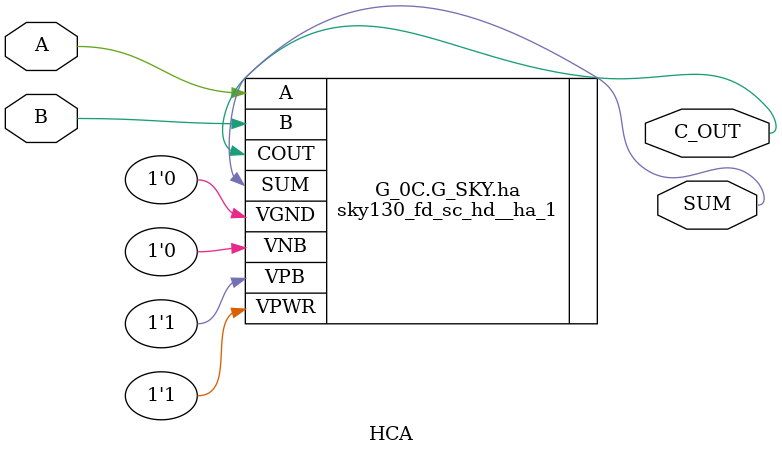
<source format=sv>
`timescale 1ns / 1ps
/** -=-=-=-=-=-=-=-=-=-=-=-=-=-=-=-=-=-=-=-=-=-=-=-=-=-=-=-=-=-=-=-=-=-=-=-=-=-=-=-=-=-=-=-=-=-=-=-
 * Engineer: Gustaf Swansen
 * 
 * Create Date: 07/28/2025
 * Module Name: HCA
 * Target Devices: Aller A7 FPGA Board with M.2 Interface
 * Tool Versions: Vivado 2025.1
 * Description: 
 *   This is a half carry adder. This is used to sum one input bit with another input bit. The 
 *   longterm goal is to use this as a submodule and create a dadda multiplier
 * 
 * Dependencies: None
 * 
 * Additional Comments: 
 -=-=-=-=-=-=-=-=-=-=-=-=-=-=-=-=-=-=-=-=-=-=-=-=-=-=-=-=-=-=-=-=-=-=-=-=-=-=-=-=-=-=-=-=-=-=-=- */

module HCA #(
    parameter C = 0
)(
    input  wire A   ,
    input  wire B   ,

    output wire SUM  ,
    output wire C_OUT
);

// if using the skywater pdk
`ifdef NO_GATES
    localparam SKY130 = 0;
`else 
    localparam SKY130 = 1;
`endif

generate
    if(C==0) begin : G_0C
        if(SKY130) begin : G_SKY
            sky130_fd_sc_hd__ha_1 ha (.VPWR(1'b1), .VGND(1'b0), .VPB(1'b1), .VNB(1'b0), .A(A), .B(B), .SUM(SUM), .COUT(C_OUT));
        end else begin : G_RTL
            assign SUM   = A ^ B;
            assign C_OUT = A & B;
        end        
    end else begin : G_1C
        // Note this is a HCA assuming that there is an incoming 1. 
        // I don't think theres a sky130 gate for this, so this is
        // the only option
        assign SUM   = ~(A ^ B);
        assign C_OUT =   A | B;
    end
    


endgenerate

endmodule

</source>
